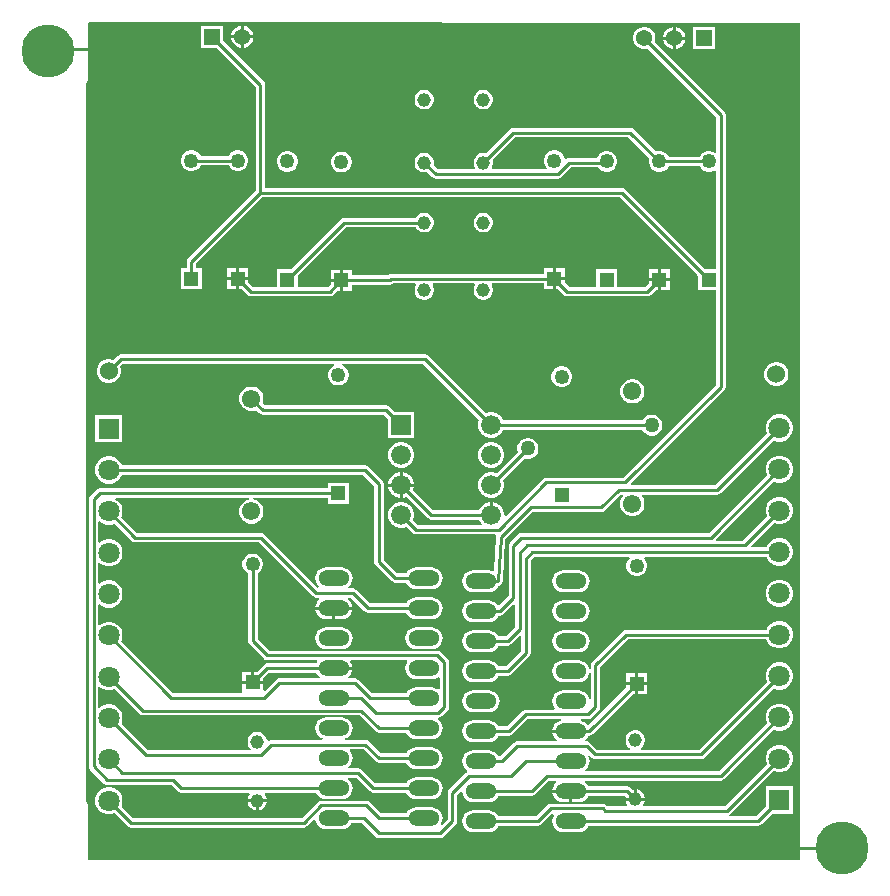
<source format=gbl>
G04*
G04 #@! TF.GenerationSoftware,Altium Limited,Altium Designer,23.9.2 (47)*
G04*
G04 Layer_Physical_Order=2*
G04 Layer_Color=16711680*
%FSLAX44Y44*%
%MOMM*%
G71*
G04*
G04 #@! TF.SameCoordinates,B01C943C-82B9-4626-82FF-92624BC3EB66*
G04*
G04*
G04 #@! TF.FilePolarity,Positive*
G04*
G01*
G75*
%ADD17R,1.2500X1.2500*%
%ADD18C,1.2500*%
%ADD29C,0.2700*%
%ADD30R,1.8000X1.8000*%
%ADD31C,1.8000*%
%ADD32C,4.5000*%
%ADD33C,1.5500*%
%ADD34C,1.1500*%
%ADD35O,2.6416X1.3208*%
%ADD36C,1.3700*%
%ADD37R,1.3700X1.3700*%
%ADD38R,1.3700X1.3700*%
%ADD39C,1.5300*%
%ADD40C,1.6764*%
%ADD41R,1.6764X1.6764*%
%ADD42C,1.2700*%
G36*
X666750Y728980D02*
Y20320D01*
X63500D01*
Y97677D01*
X64139Y97882D01*
X64770Y97888D01*
X65521Y96763D01*
X77206Y85079D01*
X78492Y84220D01*
X80010Y83918D01*
X134247D01*
X139690Y78475D01*
X140976Y77616D01*
X142494Y77314D01*
X200154D01*
X200680Y76044D01*
X200376Y75740D01*
X199285Y73850D01*
X198768Y71920D01*
X207010D01*
X215252D01*
X214735Y73850D01*
X213644Y75740D01*
X213340Y76044D01*
X213866Y77314D01*
X256922D01*
X257189Y76669D01*
X258654Y74758D01*
X260565Y73293D01*
X262789Y72371D01*
X265176Y72057D01*
X278384D01*
X280771Y72371D01*
X282995Y73293D01*
X284906Y74758D01*
X286371Y76669D01*
X287293Y78893D01*
X287607Y81280D01*
X287293Y83667D01*
X286371Y85891D01*
X284906Y87802D01*
X283678Y88744D01*
X284109Y90014D01*
X290965D01*
X302504Y78475D01*
X303790Y77616D01*
X305308Y77314D01*
X333121D01*
X333389Y76669D01*
X334854Y74758D01*
X336765Y73293D01*
X338989Y72371D01*
X341376Y72057D01*
X354584D01*
X356971Y72371D01*
X359195Y73293D01*
X361106Y74758D01*
X362571Y76669D01*
X363493Y78893D01*
X363807Y81280D01*
X363493Y83667D01*
X362571Y85891D01*
X361106Y87802D01*
X359195Y89267D01*
X356971Y90189D01*
X354584Y90503D01*
X341376D01*
X338989Y90189D01*
X336765Y89267D01*
X334854Y87802D01*
X333389Y85891D01*
X333121Y85246D01*
X306951D01*
X295413Y96784D01*
X294126Y97644D01*
X292608Y97946D01*
X284109D01*
X283678Y99216D01*
X284906Y100158D01*
X286371Y102069D01*
X287293Y104293D01*
X287607Y106680D01*
X287293Y109067D01*
X286371Y111291D01*
X285157Y112874D01*
X285620Y114144D01*
X296807D01*
X307076Y103876D01*
X308362Y103016D01*
X309880Y102714D01*
X333121D01*
X333389Y102069D01*
X334854Y100158D01*
X336765Y98693D01*
X338989Y97771D01*
X341376Y97457D01*
X354584D01*
X356971Y97771D01*
X359195Y98693D01*
X361106Y100158D01*
X362571Y102069D01*
X363493Y104293D01*
X363807Y106680D01*
X363493Y109067D01*
X362571Y111291D01*
X361106Y113202D01*
X359195Y114667D01*
X356971Y115589D01*
X354584Y115903D01*
X341376D01*
X338989Y115589D01*
X336765Y114667D01*
X334854Y113202D01*
X333389Y111291D01*
X333121Y110646D01*
X311523D01*
X301255Y120914D01*
X299968Y121774D01*
X298450Y122076D01*
X281446D01*
X281193Y123346D01*
X282995Y124093D01*
X284906Y125558D01*
X286371Y127469D01*
X287293Y129693D01*
X287607Y132080D01*
X287293Y134467D01*
X286371Y136691D01*
X284906Y138602D01*
X282995Y140067D01*
X280771Y140989D01*
X278384Y141303D01*
X265176D01*
X262789Y140989D01*
X260565Y140067D01*
X258654Y138602D01*
X257189Y136691D01*
X256267Y134467D01*
X255953Y132080D01*
X256267Y129693D01*
X257189Y127469D01*
X258654Y125558D01*
X260565Y124093D01*
X262367Y123346D01*
X262114Y122076D01*
X218948D01*
X217430Y121774D01*
X216570Y121200D01*
X215397Y121700D01*
X215277Y121826D01*
X214735Y123850D01*
X213644Y125740D01*
X212100Y127284D01*
X210210Y128375D01*
X208101Y128940D01*
X205919D01*
X203810Y128375D01*
X201920Y127284D01*
X200376Y125740D01*
X199285Y123850D01*
X198720Y121741D01*
Y119559D01*
X199285Y117450D01*
X200376Y115560D01*
X201480Y114456D01*
X200954Y113186D01*
X114223D01*
X91781Y135628D01*
X92034Y136066D01*
X92820Y139001D01*
Y142039D01*
X92034Y144974D01*
X90514Y147606D01*
X88366Y149754D01*
X85734Y151273D01*
X82799Y152060D01*
X79761D01*
X76826Y151273D01*
X74194Y149754D01*
X73465Y149025D01*
X72292Y149511D01*
Y166529D01*
X73465Y167015D01*
X74194Y166286D01*
X76826Y164767D01*
X79761Y163980D01*
X82799D01*
X85734Y164767D01*
X86172Y165019D01*
X107184Y144008D01*
X108470Y143148D01*
X109988Y142846D01*
X293505D01*
X307076Y129276D01*
X308362Y128416D01*
X309880Y128114D01*
X333121D01*
X333389Y127469D01*
X334854Y125558D01*
X336765Y124093D01*
X338989Y123171D01*
X341376Y122857D01*
X354584D01*
X356971Y123171D01*
X359195Y124093D01*
X361106Y125558D01*
X362571Y127469D01*
X363493Y129693D01*
X363807Y132080D01*
X363493Y134467D01*
X362571Y136691D01*
X361106Y138602D01*
X359878Y139544D01*
X360106Y140530D01*
X360281Y140835D01*
X361690Y141116D01*
X362976Y141975D01*
X368056Y147056D01*
X368916Y148342D01*
X369218Y149860D01*
Y187706D01*
X368916Y189224D01*
X368056Y190511D01*
X362215Y196353D01*
X360928Y197212D01*
X359410Y197514D01*
X217035D01*
X207166Y207383D01*
Y263120D01*
X208597Y263946D01*
X210234Y265583D01*
X211391Y267587D01*
X211990Y269823D01*
Y272137D01*
X211391Y274373D01*
X210234Y276377D01*
X208597Y278014D01*
X206593Y279171D01*
X204357Y279770D01*
X202043D01*
X199807Y279171D01*
X197803Y278014D01*
X196166Y276377D01*
X195009Y274373D01*
X194410Y272137D01*
Y269823D01*
X195009Y267587D01*
X196166Y265583D01*
X197803Y263946D01*
X199234Y263120D01*
Y205740D01*
X199536Y204222D01*
X200396Y202936D01*
X212588Y190744D01*
X213874Y189884D01*
X215392Y189582D01*
X257192D01*
X257818Y188312D01*
X257189Y187491D01*
X256922Y186846D01*
X215100D01*
X213582Y186544D01*
X212295Y185685D01*
X206381Y179770D01*
X204470D01*
Y172250D01*
X211990D01*
Y174161D01*
X216743Y178914D01*
X256922D01*
X257189Y178269D01*
X258654Y176358D01*
X259882Y175416D01*
X259451Y174146D01*
X225298D01*
X223780Y173844D01*
X222493Y172985D01*
X213163Y163654D01*
X211990Y164140D01*
Y169710D01*
X203200D01*
X194410D01*
Y162190D01*
X193448Y161446D01*
X135963D01*
X91781Y205628D01*
X92034Y206066D01*
X92820Y209001D01*
Y212040D01*
X92034Y214975D01*
X90514Y217606D01*
X88366Y219755D01*
X85734Y221274D01*
X82799Y222060D01*
X79761D01*
X76826Y221274D01*
X74194Y219755D01*
X73465Y219026D01*
X72292Y219512D01*
Y236528D01*
X73465Y237015D01*
X74194Y236286D01*
X76826Y234766D01*
X79761Y233980D01*
X82799D01*
X85734Y234766D01*
X88366Y236286D01*
X90514Y238434D01*
X92034Y241066D01*
X92820Y244001D01*
Y247039D01*
X92034Y249974D01*
X90514Y252606D01*
X88366Y254754D01*
X85734Y256273D01*
X82799Y257060D01*
X79761D01*
X76826Y256273D01*
X74194Y254754D01*
X73465Y254025D01*
X72292Y254512D01*
Y271529D01*
X73465Y272015D01*
X74194Y271286D01*
X76826Y269767D01*
X79761Y268980D01*
X82799D01*
X85734Y269767D01*
X88366Y271286D01*
X90514Y273434D01*
X92034Y276066D01*
X92820Y279001D01*
Y282039D01*
X92034Y284974D01*
X90514Y287606D01*
X88366Y289754D01*
X85734Y291274D01*
X82799Y292060D01*
X79761D01*
X76826Y291274D01*
X74194Y289754D01*
X73465Y289026D01*
X72292Y289512D01*
Y306528D01*
X73465Y307014D01*
X74194Y306285D01*
X76826Y304766D01*
X79761Y303980D01*
X82799D01*
X85734Y304766D01*
X86172Y305019D01*
X100625Y290565D01*
X101912Y289706D01*
X103430Y289404D01*
X208415D01*
X254244Y243575D01*
X255530Y242716D01*
X257048Y242414D01*
X257048Y242414D01*
X259451D01*
X259882Y241144D01*
X258654Y240202D01*
X257189Y238291D01*
X256267Y236067D01*
X256120Y234950D01*
X287440D01*
X287293Y236067D01*
X286371Y238291D01*
X284906Y240202D01*
X283678Y241144D01*
X284109Y242414D01*
X286139D01*
X297677Y230875D01*
X298964Y230016D01*
X300482Y229714D01*
X333121D01*
X333389Y229069D01*
X334854Y227158D01*
X336765Y225693D01*
X338989Y224771D01*
X341376Y224457D01*
X354584D01*
X356971Y224771D01*
X359195Y225693D01*
X361106Y227158D01*
X362571Y229069D01*
X363493Y231293D01*
X363807Y233680D01*
X363493Y236067D01*
X362571Y238291D01*
X361106Y240202D01*
X359195Y241667D01*
X356971Y242589D01*
X354584Y242903D01*
X341376D01*
X338989Y242589D01*
X336765Y241667D01*
X334854Y240202D01*
X333389Y238291D01*
X333121Y237646D01*
X302125D01*
X290586Y249184D01*
X289300Y250044D01*
X287782Y250346D01*
X284109D01*
X283678Y251616D01*
X284906Y252558D01*
X286371Y254469D01*
X287293Y256693D01*
X287607Y259080D01*
X287293Y261467D01*
X286371Y263691D01*
X284906Y265602D01*
X282995Y267067D01*
X280771Y267989D01*
X278384Y268303D01*
X265176D01*
X262789Y267989D01*
X260565Y267067D01*
X258654Y265602D01*
X257189Y263691D01*
X256267Y261467D01*
X255953Y259080D01*
X256267Y256693D01*
X257189Y254469D01*
X258654Y252558D01*
X259105Y252213D01*
X258772Y250867D01*
X258257Y250780D01*
X212862Y296175D01*
X211576Y297034D01*
X210058Y297336D01*
X105073D01*
X91781Y310628D01*
X92034Y311066D01*
X92820Y314000D01*
Y317039D01*
X92034Y319974D01*
X90514Y322606D01*
X88366Y324754D01*
X86617Y325764D01*
X86957Y327034D01*
X200237D01*
X200404Y325764D01*
X197958Y325109D01*
X195612Y323754D01*
X193696Y321838D01*
X192341Y319492D01*
X191640Y316875D01*
Y314165D01*
X192341Y311548D01*
X193696Y309202D01*
X195612Y307286D01*
X197958Y305931D01*
X200575Y305230D01*
X203285D01*
X205902Y305931D01*
X208248Y307286D01*
X210164Y309202D01*
X211519Y311548D01*
X212220Y314165D01*
Y316875D01*
X211519Y319492D01*
X210164Y321838D01*
X208248Y323754D01*
X205902Y325109D01*
X203456Y325764D01*
X203623Y327034D01*
X266800D01*
Y322210D01*
X284380D01*
Y339790D01*
X266800D01*
Y334966D01*
X73444D01*
X71926Y334664D01*
X70640Y333805D01*
X65521Y328686D01*
X64770Y327562D01*
X64139Y327568D01*
X63500Y327773D01*
Y729351D01*
X64399Y730248D01*
X666750Y728980D01*
D02*
G37*
G36*
X334018Y188312D02*
X333389Y187491D01*
X332467Y185267D01*
X332153Y182880D01*
X332467Y180493D01*
X333389Y178269D01*
X334854Y176358D01*
X336765Y174893D01*
X338989Y173971D01*
X341376Y173657D01*
X354584D01*
X356971Y173971D01*
X359195Y174893D01*
X360016Y175522D01*
X361286Y174896D01*
Y165464D01*
X360016Y164838D01*
X359195Y165467D01*
X356971Y166389D01*
X354584Y166703D01*
X341376D01*
X338989Y166389D01*
X336765Y165467D01*
X334854Y164002D01*
X333389Y162091D01*
X333121Y161446D01*
X304062D01*
X292524Y172985D01*
X291237Y173844D01*
X289720Y174146D01*
X284109D01*
X283678Y175416D01*
X284906Y176358D01*
X286371Y178269D01*
X287293Y180493D01*
X287440Y181610D01*
X271780D01*
Y184150D01*
X287440D01*
X287293Y185267D01*
X286371Y187491D01*
X285742Y188312D01*
X286368Y189582D01*
X333392D01*
X334018Y188312D01*
D02*
G37*
%LPC*%
G36*
X195580Y726931D02*
Y718820D01*
X203691D01*
X203060Y721174D01*
X201824Y723316D01*
X200076Y725064D01*
X197934Y726300D01*
X195580Y726931D01*
D02*
G37*
G36*
X193040D02*
X190686Y726300D01*
X188544Y725064D01*
X186796Y723316D01*
X185560Y721174D01*
X184929Y718820D01*
X193040D01*
Y726931D01*
D02*
G37*
G36*
X561340Y725661D02*
Y717550D01*
X569451D01*
X568820Y719904D01*
X567584Y722046D01*
X565836Y723794D01*
X563694Y725030D01*
X561340Y725661D01*
D02*
G37*
G36*
X558800D02*
X556446Y725030D01*
X554304Y723794D01*
X552556Y722046D01*
X551320Y719904D01*
X550689Y717550D01*
X558800D01*
Y725661D01*
D02*
G37*
G36*
X203691Y716280D02*
X195580D01*
Y708169D01*
X197934Y708800D01*
X200076Y710036D01*
X201824Y711784D01*
X203060Y713926D01*
X203691Y716280D01*
D02*
G37*
G36*
X193040D02*
X184929D01*
X185560Y713926D01*
X186796Y711784D01*
X188544Y710036D01*
X190686Y708800D01*
X193040Y708169D01*
Y716280D01*
D02*
G37*
G36*
X569451Y715010D02*
X561340D01*
Y706899D01*
X563694Y707530D01*
X565836Y708766D01*
X567584Y710514D01*
X568820Y712656D01*
X569451Y715010D01*
D02*
G37*
G36*
X558800D02*
X550689D01*
X551320Y712656D01*
X552556Y710514D01*
X554304Y708766D01*
X556446Y707530D01*
X558800Y706899D01*
Y715010D01*
D02*
G37*
G36*
X594860Y725670D02*
X576080D01*
Y706890D01*
X594860D01*
Y725670D01*
D02*
G37*
G36*
X399472Y672500D02*
X397289D01*
X395180Y671935D01*
X393290Y670844D01*
X391747Y669300D01*
X390655Y667410D01*
X390090Y665301D01*
Y663119D01*
X390655Y661010D01*
X391747Y659120D01*
X393290Y657576D01*
X395180Y656485D01*
X397289Y655920D01*
X399472D01*
X401580Y656485D01*
X403470Y657576D01*
X405014Y659120D01*
X406105Y661010D01*
X406670Y663119D01*
Y665301D01*
X406105Y667410D01*
X405014Y669300D01*
X403470Y670844D01*
X401580Y671935D01*
X399472Y672500D01*
D02*
G37*
G36*
X349471D02*
X347288D01*
X345180Y671935D01*
X343290Y670844D01*
X341746Y669300D01*
X340655Y667410D01*
X340090Y665301D01*
Y663119D01*
X340655Y661010D01*
X341746Y659120D01*
X343290Y657576D01*
X345180Y656485D01*
X347288Y655920D01*
X349471D01*
X351580Y656485D01*
X353470Y657576D01*
X355013Y659120D01*
X356105Y661010D01*
X356670Y663119D01*
Y665301D01*
X356105Y667410D01*
X355013Y669300D01*
X353470Y670844D01*
X351580Y671935D01*
X349471Y672500D01*
D02*
G37*
G36*
X191657Y621400D02*
X189343D01*
X187107Y620801D01*
X185103Y619644D01*
X183466Y618007D01*
X182640Y616576D01*
X158990D01*
X158164Y618007D01*
X156527Y619644D01*
X154523Y620801D01*
X152287Y621400D01*
X149973D01*
X147737Y620801D01*
X145733Y619644D01*
X144096Y618007D01*
X142939Y616003D01*
X142340Y613767D01*
Y611453D01*
X142939Y609217D01*
X144096Y607213D01*
X145733Y605576D01*
X147737Y604419D01*
X149973Y603820D01*
X152287D01*
X154523Y604419D01*
X156527Y605576D01*
X158164Y607213D01*
X158990Y608644D01*
X182640D01*
X183466Y607213D01*
X185103Y605576D01*
X187107Y604419D01*
X189343Y603820D01*
X191657D01*
X193893Y604419D01*
X195897Y605576D01*
X197534Y607213D01*
X198691Y609217D01*
X199290Y611453D01*
Y613767D01*
X198691Y616003D01*
X197534Y618007D01*
X195897Y619644D01*
X193893Y620801D01*
X191657Y621400D01*
D02*
G37*
G36*
X233567Y620600D02*
X231253D01*
X229017Y620001D01*
X227013Y618843D01*
X225376Y617207D01*
X224219Y615203D01*
X223620Y612967D01*
Y610653D01*
X224219Y608417D01*
X225376Y606413D01*
X227013Y604776D01*
X229017Y603619D01*
X231253Y603020D01*
X233567D01*
X235803Y603619D01*
X237807Y604776D01*
X239444Y606413D01*
X240601Y608417D01*
X241200Y610653D01*
Y612967D01*
X240601Y615203D01*
X239444Y617207D01*
X237807Y618843D01*
X235803Y620001D01*
X233567Y620600D01*
D02*
G37*
G36*
X279287Y620130D02*
X276973D01*
X274737Y619531D01*
X272733Y618374D01*
X271096Y616737D01*
X269939Y614733D01*
X269340Y612497D01*
Y610183D01*
X269939Y607947D01*
X271096Y605943D01*
X272733Y604306D01*
X274737Y603149D01*
X276973Y602550D01*
X279287D01*
X281523Y603149D01*
X283527Y604306D01*
X285164Y605943D01*
X286321Y607947D01*
X286920Y610183D01*
Y612497D01*
X286321Y614733D01*
X285164Y616737D01*
X283527Y618374D01*
X281523Y619531D01*
X279287Y620130D01*
D02*
G37*
G36*
X399472Y568360D02*
X397289D01*
X395180Y567795D01*
X393290Y566704D01*
X391747Y565160D01*
X390655Y563270D01*
X390090Y561161D01*
Y558979D01*
X390655Y556870D01*
X391747Y554980D01*
X393290Y553436D01*
X395180Y552345D01*
X397289Y551780D01*
X399472D01*
X401580Y552345D01*
X403470Y553436D01*
X405014Y554980D01*
X406105Y556870D01*
X406670Y558979D01*
Y561161D01*
X406105Y563270D01*
X405014Y565160D01*
X403470Y566704D01*
X401580Y567795D01*
X399472Y568360D01*
D02*
G37*
G36*
X349471D02*
X347288D01*
X345180Y567795D01*
X343290Y566704D01*
X341746Y565160D01*
X341097Y564036D01*
X280670D01*
X279152Y563734D01*
X277866Y562874D01*
X235591Y520600D01*
X223620D01*
Y505616D01*
X203103D01*
X199290Y509429D01*
Y511340D01*
X191770D01*
Y503820D01*
X193681D01*
X198656Y498845D01*
X199942Y497986D01*
X201460Y497684D01*
X268440D01*
X269958Y497986D01*
X271244Y498845D01*
X274949Y502550D01*
X276860D01*
Y510070D01*
X269340D01*
Y508159D01*
X266797Y505616D01*
X241200D01*
Y514991D01*
X282313Y556104D01*
X341097D01*
X341746Y554980D01*
X343290Y553436D01*
X345180Y552345D01*
X347288Y551780D01*
X349471D01*
X351580Y552345D01*
X353470Y553436D01*
X355013Y554980D01*
X356105Y556870D01*
X356670Y558979D01*
Y561161D01*
X356105Y563270D01*
X355013Y565160D01*
X353470Y566704D01*
X351580Y567795D01*
X349471Y568360D01*
D02*
G37*
G36*
X457200Y521400D02*
X449680D01*
Y516576D01*
X320548D01*
X319030Y516274D01*
X317743Y515415D01*
X317635Y515306D01*
X286920D01*
Y520130D01*
X279400D01*
Y511340D01*
Y502550D01*
X286920D01*
Y507374D01*
X319278D01*
X320796Y507676D01*
X322082Y508536D01*
X322191Y508644D01*
X340645D01*
X341379Y507374D01*
X340655Y506120D01*
X340090Y504011D01*
Y501829D01*
X340655Y499720D01*
X341746Y497830D01*
X343290Y496286D01*
X345180Y495195D01*
X347288Y494630D01*
X349471D01*
X351580Y495195D01*
X353470Y496286D01*
X355013Y497830D01*
X356105Y499720D01*
X356670Y501829D01*
Y504011D01*
X356105Y506120D01*
X355381Y507374D01*
X356114Y508644D01*
X390646D01*
X391379Y507374D01*
X390655Y506120D01*
X390090Y504011D01*
Y501829D01*
X390655Y499720D01*
X391747Y497830D01*
X393290Y496286D01*
X395180Y495195D01*
X397289Y494630D01*
X399472D01*
X401580Y495195D01*
X403470Y496286D01*
X405014Y497830D01*
X406105Y499720D01*
X406670Y501829D01*
Y504011D01*
X406105Y506120D01*
X405381Y507374D01*
X406115Y508644D01*
X449680D01*
Y503820D01*
X457200D01*
Y512610D01*
Y521400D01*
D02*
G37*
G36*
X467260D02*
X459740D01*
Y513880D01*
X467260D01*
Y521400D01*
D02*
G37*
G36*
X199290D02*
X191770D01*
Y513880D01*
X199290D01*
Y521400D01*
D02*
G37*
G36*
X189230D02*
X181710D01*
Y513880D01*
X189230D01*
Y521400D01*
D02*
G37*
G36*
X556160Y520600D02*
X548640D01*
Y513080D01*
X556160D01*
Y520600D01*
D02*
G37*
G36*
X546100D02*
X538580D01*
Y513080D01*
X546100D01*
Y520600D01*
D02*
G37*
G36*
X276860Y520130D02*
X269340D01*
Y512610D01*
X276860D01*
Y520130D01*
D02*
G37*
G36*
X511710Y520600D02*
X494130D01*
Y505616D01*
X471073D01*
X467260Y509429D01*
Y511340D01*
X459740D01*
Y503820D01*
X461651D01*
X466626Y498845D01*
X467912Y497986D01*
X469430Y497684D01*
X537210D01*
X538728Y497986D01*
X540014Y498845D01*
X544189Y503020D01*
X546100D01*
Y510540D01*
X538580D01*
Y508629D01*
X535567Y505616D01*
X511710D01*
Y520600D01*
D02*
G37*
G36*
X189230Y511340D02*
X181710D01*
Y503820D01*
X189230D01*
Y511340D01*
D02*
G37*
G36*
X556160Y510540D02*
X548640D01*
Y503020D01*
X556160D01*
Y510540D01*
D02*
G37*
G36*
X349250Y448466D02*
X91440D01*
X89922Y448164D01*
X88636Y447304D01*
X85176Y443845D01*
X82622Y444530D01*
X79938D01*
X77347Y443836D01*
X75023Y442494D01*
X73126Y440597D01*
X71784Y438273D01*
X71090Y435682D01*
Y432998D01*
X71784Y430407D01*
X73126Y428083D01*
X75023Y426186D01*
X77347Y424844D01*
X79938Y424150D01*
X82622D01*
X85213Y424844D01*
X87537Y426186D01*
X89434Y428083D01*
X90776Y430407D01*
X91470Y432998D01*
Y435682D01*
X90785Y438236D01*
X93083Y440534D01*
X272302D01*
X272469Y439264D01*
X272197Y439191D01*
X270193Y438034D01*
X268556Y436397D01*
X267399Y434393D01*
X266800Y432157D01*
Y429843D01*
X267399Y427607D01*
X268556Y425603D01*
X270193Y423966D01*
X272197Y422809D01*
X274433Y422210D01*
X276747D01*
X278983Y422809D01*
X280987Y423966D01*
X282624Y425603D01*
X283781Y427607D01*
X284380Y429843D01*
Y432157D01*
X283781Y434393D01*
X282624Y436397D01*
X280987Y438034D01*
X278983Y439191D01*
X278711Y439264D01*
X278878Y440534D01*
X347607D01*
X395081Y393060D01*
X394952Y392836D01*
X394208Y390058D01*
Y387182D01*
X394952Y384404D01*
X396390Y381914D01*
X398424Y379880D01*
X400914Y378442D01*
X403692Y377698D01*
X406568D01*
X409346Y378442D01*
X411836Y379880D01*
X413870Y381914D01*
X415308Y384404D01*
X415375Y384654D01*
X533045D01*
X533906Y383161D01*
X535561Y381506D01*
X537589Y380336D01*
X539850Y379730D01*
X542190D01*
X544451Y380336D01*
X546479Y381506D01*
X548134Y383161D01*
X549304Y385189D01*
X549910Y387450D01*
Y389790D01*
X549304Y392051D01*
X548134Y394079D01*
X546479Y395734D01*
X544451Y396904D01*
X542190Y397510D01*
X539850D01*
X537589Y396904D01*
X535561Y395734D01*
X533906Y394079D01*
X533045Y392586D01*
X415375D01*
X415308Y392836D01*
X413870Y395326D01*
X411836Y397360D01*
X409346Y398798D01*
X406568Y399542D01*
X403692D01*
X400914Y398798D01*
X400690Y398669D01*
X352054Y447304D01*
X350768Y448164D01*
X349250Y448466D01*
D02*
G37*
G36*
X647772Y441990D02*
X645088D01*
X642497Y441296D01*
X640173Y439954D01*
X638276Y438057D01*
X636934Y435733D01*
X636240Y433142D01*
Y430458D01*
X636934Y427867D01*
X638276Y425543D01*
X640173Y423646D01*
X642497Y422304D01*
X645088Y421610D01*
X647772D01*
X650363Y422304D01*
X652687Y423646D01*
X654584Y425543D01*
X655926Y427867D01*
X656620Y430458D01*
Y433142D01*
X655926Y435733D01*
X654584Y438057D01*
X652687Y439954D01*
X650363Y441296D01*
X647772Y441990D01*
D02*
G37*
G36*
X465977Y438520D02*
X463663D01*
X461427Y437921D01*
X459423Y436764D01*
X457786Y435127D01*
X456629Y433123D01*
X456030Y430887D01*
Y428573D01*
X456629Y426337D01*
X457786Y424333D01*
X459423Y422696D01*
X461427Y421539D01*
X463663Y420940D01*
X465977D01*
X468213Y421539D01*
X470217Y422696D01*
X471854Y424333D01*
X473011Y426337D01*
X473610Y428573D01*
Y430887D01*
X473011Y433123D01*
X471854Y435127D01*
X470217Y436764D01*
X468213Y437921D01*
X465977Y438520D01*
D02*
G37*
G36*
X525865Y427560D02*
X523155D01*
X520538Y426859D01*
X518192Y425504D01*
X516276Y423588D01*
X514921Y421242D01*
X514220Y418625D01*
Y415915D01*
X514921Y413298D01*
X516276Y410952D01*
X518192Y409036D01*
X520538Y407681D01*
X523155Y406980D01*
X525865D01*
X528482Y407681D01*
X530828Y409036D01*
X532744Y410952D01*
X534099Y413298D01*
X534800Y415915D01*
Y418625D01*
X534099Y421242D01*
X532744Y423588D01*
X530828Y425504D01*
X528482Y426859D01*
X525865Y427560D01*
D02*
G37*
G36*
X203285Y421210D02*
X200575D01*
X197958Y420509D01*
X195612Y419154D01*
X193696Y417238D01*
X192341Y414892D01*
X191640Y412275D01*
Y409566D01*
X192341Y406948D01*
X193696Y404602D01*
X195612Y402686D01*
X197958Y401331D01*
X200575Y400630D01*
X203285D01*
X205902Y401331D01*
X205907Y401334D01*
X208726Y398516D01*
X210012Y397656D01*
X211530Y397354D01*
X314587D01*
X318008Y393933D01*
Y377698D01*
X339852D01*
Y399542D01*
X323617D01*
X319035Y404124D01*
X317748Y404984D01*
X316230Y405286D01*
X213173D01*
X211516Y406943D01*
X211519Y406948D01*
X212220Y409566D01*
Y412275D01*
X211519Y414892D01*
X210164Y417238D01*
X208248Y419154D01*
X205902Y420509D01*
X203285Y421210D01*
D02*
G37*
G36*
X178300Y726940D02*
X159520D01*
Y708160D01*
X172691D01*
X205584Y675267D01*
Y587007D01*
X148326Y529749D01*
X147466Y528462D01*
X147164Y526944D01*
Y521400D01*
X142340D01*
Y503820D01*
X159920D01*
Y521400D01*
X155096D01*
Y525301D01*
X211193Y581398D01*
X514083D01*
X580490Y514991D01*
Y503020D01*
X595474D01*
Y422521D01*
X517025Y344072D01*
X451358D01*
X449840Y343770D01*
X448554Y342910D01*
X417322Y311679D01*
X416052Y312205D01*
Y313858D01*
X415308Y316636D01*
X413870Y319126D01*
X411836Y321160D01*
X409346Y322598D01*
X406568Y323342D01*
X406400D01*
Y312420D01*
X403860D01*
Y323342D01*
X403692D01*
X400914Y322598D01*
X398424Y321160D01*
X396390Y319126D01*
X394952Y316636D01*
X394885Y316386D01*
X355973D01*
X338979Y333381D01*
X339108Y333604D01*
X339852Y336382D01*
Y336550D01*
X330200D01*
Y326898D01*
X330368D01*
X333146Y327642D01*
X333369Y327771D01*
X351525Y309615D01*
X352812Y308756D01*
X354330Y308454D01*
X394885D01*
X394952Y308204D01*
X396390Y305714D01*
X396991Y305114D01*
X396504Y303940D01*
X343019D01*
X338979Y307980D01*
X339108Y308204D01*
X339852Y310982D01*
Y313858D01*
X339108Y316636D01*
X337670Y319126D01*
X335636Y321160D01*
X333146Y322598D01*
X330368Y323342D01*
X327492D01*
X324714Y322598D01*
X322224Y321160D01*
X320190Y319126D01*
X318752Y316636D01*
X318008Y313858D01*
Y310982D01*
X318752Y308204D01*
X320190Y305714D01*
X322224Y303680D01*
X324714Y302242D01*
X327492Y301498D01*
X330368D01*
X333146Y302242D01*
X333369Y302372D01*
X338572Y297169D01*
X339858Y296310D01*
X341376Y296008D01*
X408658D01*
X408724Y295969D01*
X408862Y295838D01*
X409513Y294738D01*
X409469Y294513D01*
X409301Y293895D01*
X407369Y265679D01*
X406289Y265010D01*
X405231Y265449D01*
X402844Y265763D01*
X389636D01*
X387249Y265449D01*
X385025Y264527D01*
X383114Y263062D01*
X381649Y261151D01*
X380727Y258927D01*
X380413Y256540D01*
X380727Y254153D01*
X381649Y251929D01*
X383114Y250018D01*
X385025Y248553D01*
X387249Y247631D01*
X389636Y247317D01*
X402844D01*
X405231Y247631D01*
X407455Y248553D01*
X409366Y250018D01*
X410831Y251929D01*
X411133Y252656D01*
X411346Y252699D01*
X411982Y252781D01*
X412101Y252849D01*
X412236Y252876D01*
X412769Y253232D01*
X413324Y253550D01*
X413408Y253659D01*
X413522Y253736D01*
X413879Y254268D01*
X414270Y254775D01*
X414306Y254908D01*
X414382Y255022D01*
X414507Y255651D01*
X414675Y256269D01*
X417113Y291870D01*
X440301Y315058D01*
X498094D01*
X499612Y315360D01*
X500899Y316220D01*
X514469Y329790D01*
X516218D01*
X516704Y328616D01*
X516276Y328188D01*
X514921Y325842D01*
X514220Y323224D01*
Y320515D01*
X514921Y317898D01*
X516276Y315552D01*
X518192Y313636D01*
X520538Y312281D01*
X523155Y311580D01*
X525865D01*
X528482Y312281D01*
X530828Y313636D01*
X532744Y315552D01*
X534099Y317898D01*
X534800Y320515D01*
Y323224D01*
X534099Y325842D01*
X532744Y328188D01*
X532316Y328616D01*
X532802Y329790D01*
X596496D01*
X598013Y330092D01*
X599300Y330951D01*
X644078Y375729D01*
X644516Y375477D01*
X647451Y374690D01*
X650489D01*
X653424Y375477D01*
X656056Y376996D01*
X658204Y379145D01*
X659724Y381776D01*
X660510Y384711D01*
Y387750D01*
X659724Y390685D01*
X658204Y393316D01*
X656056Y395465D01*
X653424Y396984D01*
X650489Y397770D01*
X647451D01*
X644516Y396984D01*
X641884Y395465D01*
X639736Y393316D01*
X638217Y390685D01*
X637430Y387750D01*
Y384711D01*
X638217Y381776D01*
X638469Y381339D01*
X594853Y337722D01*
X523553D01*
X523066Y338895D01*
X602244Y418074D01*
X603104Y419360D01*
X603406Y420878D01*
Y651510D01*
X603104Y653028D01*
X602244Y654314D01*
X543522Y713037D01*
X544060Y715044D01*
Y717516D01*
X543420Y719904D01*
X542184Y722046D01*
X540436Y723794D01*
X538294Y725030D01*
X535906Y725670D01*
X533434D01*
X531046Y725030D01*
X528904Y723794D01*
X527156Y722046D01*
X525920Y719904D01*
X525280Y717516D01*
Y715044D01*
X525920Y712656D01*
X527156Y710514D01*
X528904Y708766D01*
X531046Y707530D01*
X533434Y706890D01*
X535906D01*
X537913Y707428D01*
X595474Y649867D01*
Y619733D01*
X594204Y619117D01*
X592673Y620001D01*
X590437Y620600D01*
X588123D01*
X585887Y620001D01*
X583883Y618843D01*
X582246Y617207D01*
X581420Y615776D01*
X555230D01*
X554404Y617207D01*
X552767Y618843D01*
X550763Y620001D01*
X548527Y620600D01*
X546213D01*
X544617Y620172D01*
X525714Y639075D01*
X524428Y639934D01*
X522910Y640236D01*
X423780D01*
X422262Y639934D01*
X420976Y639075D01*
X400725Y618824D01*
X399472Y619160D01*
X397289D01*
X395180Y618595D01*
X393290Y617504D01*
X391747Y615960D01*
X390655Y614070D01*
X390090Y611961D01*
Y609779D01*
X390655Y607670D01*
X391350Y606466D01*
X390617Y605196D01*
X359663D01*
X356334Y608525D01*
X356670Y609779D01*
Y611961D01*
X356105Y614070D01*
X355013Y615960D01*
X353470Y617504D01*
X351580Y618595D01*
X349471Y619160D01*
X347288D01*
X345180Y618595D01*
X343290Y617504D01*
X341746Y615960D01*
X340655Y614070D01*
X340090Y611961D01*
Y609779D01*
X340655Y607670D01*
X341746Y605780D01*
X343290Y604236D01*
X345180Y603145D01*
X347288Y602580D01*
X349471D01*
X350725Y602916D01*
X355215Y598426D01*
X356502Y597566D01*
X358020Y597264D01*
X461430D01*
X462948Y597566D01*
X462948Y597566D01*
X464235Y598426D01*
X472713Y606904D01*
X495603D01*
X495886Y606413D01*
X497523Y604776D01*
X499527Y603619D01*
X501763Y603020D01*
X504077D01*
X506313Y603619D01*
X508317Y604776D01*
X509954Y606413D01*
X511111Y608417D01*
X511710Y610653D01*
Y612967D01*
X511111Y615203D01*
X509954Y617207D01*
X508317Y618843D01*
X506313Y620001D01*
X504077Y620600D01*
X501763D01*
X499527Y620001D01*
X497523Y618843D01*
X495886Y617207D01*
X494729Y615203D01*
X494631Y614836D01*
X471070D01*
X469553Y614534D01*
X468503Y613833D01*
X468339Y613824D01*
X467692Y613994D01*
X467113Y614317D01*
X466661Y616003D01*
X465504Y618007D01*
X463867Y619644D01*
X461863Y620801D01*
X459627Y621400D01*
X457313D01*
X455077Y620801D01*
X453073Y619644D01*
X451436Y618007D01*
X450279Y616003D01*
X449680Y613767D01*
Y611453D01*
X450279Y609217D01*
X451436Y607213D01*
X452183Y606466D01*
X451656Y605196D01*
X406143D01*
X405410Y606466D01*
X406105Y607670D01*
X406670Y609779D01*
Y611961D01*
X406334Y613215D01*
X425423Y632304D01*
X521267D01*
X539008Y614563D01*
X538580Y612967D01*
Y610653D01*
X539179Y608417D01*
X540336Y606413D01*
X541973Y604776D01*
X543977Y603619D01*
X546213Y603020D01*
X548527D01*
X550763Y603619D01*
X552767Y604776D01*
X554404Y606413D01*
X555230Y607844D01*
X581420D01*
X582246Y606413D01*
X583883Y604776D01*
X585887Y603619D01*
X588123Y603020D01*
X590437D01*
X592673Y603619D01*
X594204Y604503D01*
X595474Y603887D01*
Y520600D01*
X586099D01*
X518530Y588169D01*
X517244Y589028D01*
X515726Y589330D01*
X213516D01*
Y676910D01*
X213214Y678428D01*
X212355Y679715D01*
X178300Y713769D01*
Y726940D01*
D02*
G37*
G36*
X92820Y397060D02*
X69740D01*
Y373980D01*
X92820D01*
Y397060D01*
D02*
G37*
G36*
X437288Y377698D02*
X434948D01*
X432687Y377092D01*
X430659Y375922D01*
X429004Y374267D01*
X427834Y372239D01*
X427228Y369978D01*
Y367638D01*
X427674Y365973D01*
X409570Y347868D01*
X409346Y347998D01*
X406568Y348742D01*
X403692D01*
X400914Y347998D01*
X398424Y346560D01*
X396390Y344526D01*
X394952Y342036D01*
X394208Y339258D01*
Y336382D01*
X394952Y333604D01*
X396390Y331114D01*
X398424Y329080D01*
X400914Y327642D01*
X403692Y326898D01*
X406568D01*
X409346Y327642D01*
X411836Y329080D01*
X413870Y331114D01*
X415308Y333604D01*
X416052Y336382D01*
Y339258D01*
X415308Y342036D01*
X415178Y342259D01*
X433283Y360364D01*
X434948Y359918D01*
X437288D01*
X439549Y360524D01*
X441577Y361694D01*
X443232Y363349D01*
X444402Y365377D01*
X445008Y367638D01*
Y369978D01*
X444402Y372239D01*
X443232Y374267D01*
X441577Y375922D01*
X439549Y377092D01*
X437288Y377698D01*
D02*
G37*
G36*
X406568Y374142D02*
X403692D01*
X400914Y373398D01*
X398424Y371960D01*
X396390Y369926D01*
X394952Y367436D01*
X394208Y364658D01*
Y361782D01*
X394952Y359004D01*
X396390Y356514D01*
X398424Y354480D01*
X400914Y353042D01*
X403692Y352298D01*
X406568D01*
X409346Y353042D01*
X411836Y354480D01*
X413870Y356514D01*
X415308Y359004D01*
X416052Y361782D01*
Y364658D01*
X415308Y367436D01*
X413870Y369926D01*
X411836Y371960D01*
X409346Y373398D01*
X406568Y374142D01*
D02*
G37*
G36*
X330368D02*
X327492D01*
X324714Y373398D01*
X322224Y371960D01*
X320190Y369926D01*
X318752Y367436D01*
X318008Y364658D01*
Y361782D01*
X318752Y359004D01*
X320190Y356514D01*
X322224Y354480D01*
X324714Y353042D01*
X327492Y352298D01*
X330368D01*
X333146Y353042D01*
X335636Y354480D01*
X337670Y356514D01*
X339108Y359004D01*
X339852Y361782D01*
Y364658D01*
X339108Y367436D01*
X337670Y369926D01*
X335636Y371960D01*
X333146Y373398D01*
X330368Y374142D01*
D02*
G37*
G36*
X650489Y362770D02*
X647451D01*
X644516Y361984D01*
X641884Y360465D01*
X639736Y358316D01*
X638217Y355685D01*
X637430Y352749D01*
Y349711D01*
X638217Y346776D01*
X638469Y346338D01*
X589363Y297233D01*
X430530D01*
X429012Y296931D01*
X427725Y296071D01*
X420868Y289213D01*
X420008Y287926D01*
X419706Y286408D01*
Y244213D01*
X411877Y236384D01*
X410231Y236534D01*
X409366Y237662D01*
X407455Y239127D01*
X405231Y240049D01*
X402844Y240363D01*
X389636D01*
X387249Y240049D01*
X385025Y239127D01*
X383114Y237662D01*
X381649Y235751D01*
X380727Y233527D01*
X380413Y231140D01*
X380727Y228753D01*
X381649Y226529D01*
X383114Y224618D01*
X385025Y223153D01*
X387249Y222231D01*
X389636Y221917D01*
X402844D01*
X405231Y222231D01*
X407455Y223153D01*
X409366Y224618D01*
X410831Y226529D01*
X411099Y227174D01*
X412242D01*
X413760Y227476D01*
X415047Y228335D01*
X423867Y237155D01*
X425040Y236669D01*
Y217543D01*
X417203Y209706D01*
X411099D01*
X410831Y210351D01*
X409366Y212262D01*
X407455Y213727D01*
X405231Y214649D01*
X402844Y214963D01*
X389636D01*
X387249Y214649D01*
X385025Y213727D01*
X383114Y212262D01*
X381649Y210351D01*
X380727Y208127D01*
X380413Y205740D01*
X380727Y203353D01*
X381649Y201129D01*
X383114Y199218D01*
X385025Y197753D01*
X387249Y196831D01*
X389636Y196517D01*
X402844D01*
X405231Y196831D01*
X407455Y197753D01*
X409366Y199218D01*
X410831Y201129D01*
X411099Y201774D01*
X418846D01*
X420364Y202076D01*
X421651Y202936D01*
X429201Y210485D01*
X430374Y209999D01*
Y197223D01*
X417457Y184306D01*
X411099D01*
X410831Y184951D01*
X409366Y186862D01*
X407455Y188327D01*
X405231Y189249D01*
X402844Y189563D01*
X389636D01*
X387249Y189249D01*
X385025Y188327D01*
X383114Y186862D01*
X381649Y184951D01*
X380727Y182727D01*
X380413Y180340D01*
X380727Y177953D01*
X381649Y175729D01*
X383114Y173818D01*
X385025Y172353D01*
X387249Y171431D01*
X389636Y171117D01*
X402844D01*
X405231Y171431D01*
X407455Y172353D01*
X409366Y173818D01*
X410831Y175729D01*
X411099Y176374D01*
X419100D01*
X420618Y176676D01*
X421904Y177535D01*
X437145Y192775D01*
X438004Y194062D01*
X438306Y195580D01*
Y273947D01*
X441623Y277264D01*
X521647D01*
X522173Y275994D01*
X521286Y275107D01*
X520129Y273103D01*
X519530Y270867D01*
Y268553D01*
X520129Y266317D01*
X521286Y264313D01*
X522923Y262676D01*
X524927Y261519D01*
X527163Y260920D01*
X529477D01*
X531713Y261519D01*
X533717Y262676D01*
X535354Y264313D01*
X536511Y266317D01*
X537110Y268553D01*
Y270867D01*
X536511Y273103D01*
X535354Y275107D01*
X534467Y275994D01*
X534993Y277264D01*
X638086D01*
X638217Y276776D01*
X639736Y274145D01*
X641884Y271996D01*
X644516Y270477D01*
X647451Y269690D01*
X650489D01*
X653424Y270477D01*
X656056Y271996D01*
X658204Y274145D01*
X659724Y276776D01*
X660510Y279711D01*
Y282750D01*
X659724Y285685D01*
X658204Y288316D01*
X656056Y290465D01*
X653424Y291984D01*
X650489Y292770D01*
X647451D01*
X644516Y291984D01*
X641884Y290465D01*
X639736Y288316D01*
X638217Y285685D01*
X638086Y285196D01*
X625205D01*
X624719Y286370D01*
X644078Y305729D01*
X644516Y305476D01*
X647451Y304690D01*
X650489D01*
X653424Y305476D01*
X656056Y306996D01*
X658204Y309144D01*
X659724Y311776D01*
X660510Y314711D01*
Y317749D01*
X659724Y320684D01*
X658204Y323316D01*
X656056Y325464D01*
X653424Y326983D01*
X650489Y327770D01*
X647451D01*
X644516Y326983D01*
X641884Y325464D01*
X639736Y323316D01*
X638217Y320684D01*
X637430Y317749D01*
Y314711D01*
X638217Y311776D01*
X638469Y311338D01*
X617863Y290732D01*
X595740D01*
X595254Y291905D01*
X644078Y340729D01*
X644516Y340477D01*
X647451Y339690D01*
X650489D01*
X653424Y340477D01*
X656056Y341996D01*
X658204Y344145D01*
X659724Y346776D01*
X660510Y349711D01*
Y352749D01*
X659724Y355685D01*
X658204Y358316D01*
X656056Y360465D01*
X653424Y361984D01*
X650489Y362770D01*
D02*
G37*
G36*
X330368Y348742D02*
X330200D01*
Y339090D01*
X339852D01*
Y339258D01*
X339108Y342036D01*
X337670Y344526D01*
X335636Y346560D01*
X333146Y347998D01*
X330368Y348742D01*
D02*
G37*
G36*
X327660D02*
X327492D01*
X324714Y347998D01*
X322224Y346560D01*
X320190Y344526D01*
X318752Y342036D01*
X318008Y339258D01*
Y339090D01*
X327660D01*
Y348742D01*
D02*
G37*
G36*
Y336550D02*
X318008D01*
Y336382D01*
X318752Y333604D01*
X320190Y331114D01*
X322224Y329080D01*
X324714Y327642D01*
X327492Y326898D01*
X327660D01*
Y336550D01*
D02*
G37*
G36*
X82799Y362060D02*
X79761D01*
X76826Y361273D01*
X74194Y359754D01*
X72046Y357606D01*
X70526Y354974D01*
X69740Y352039D01*
Y349001D01*
X70526Y346066D01*
X72046Y343434D01*
X74194Y341286D01*
X76826Y339767D01*
X79761Y338980D01*
X82799D01*
X85734Y339767D01*
X88366Y341286D01*
X90514Y343434D01*
X92034Y346066D01*
X92164Y346554D01*
X296807D01*
X305914Y337447D01*
Y273050D01*
X306216Y271532D01*
X307076Y270245D01*
X321045Y256276D01*
X322332Y255416D01*
X323850Y255114D01*
X333121D01*
X333389Y254469D01*
X334854Y252558D01*
X336765Y251093D01*
X338989Y250171D01*
X341376Y249857D01*
X354584D01*
X356971Y250171D01*
X359195Y251093D01*
X361106Y252558D01*
X362571Y254469D01*
X363493Y256693D01*
X363807Y259080D01*
X363493Y261467D01*
X362571Y263691D01*
X361106Y265602D01*
X359195Y267067D01*
X356971Y267989D01*
X354584Y268303D01*
X341376D01*
X338989Y267989D01*
X336765Y267067D01*
X334854Y265602D01*
X333389Y263691D01*
X333121Y263046D01*
X325493D01*
X313846Y274693D01*
Y339090D01*
X313544Y340608D01*
X312684Y341894D01*
X301255Y353325D01*
X299968Y354184D01*
X298450Y354486D01*
X92164D01*
X92034Y354974D01*
X90514Y357606D01*
X88366Y359754D01*
X85734Y361273D01*
X82799Y362060D01*
D02*
G37*
G36*
X479044Y265763D02*
X465836D01*
X463449Y265449D01*
X461225Y264527D01*
X459314Y263062D01*
X457849Y261151D01*
X456927Y258927D01*
X456613Y256540D01*
X456927Y254153D01*
X457849Y251929D01*
X459314Y250018D01*
X461225Y248553D01*
X463449Y247631D01*
X465836Y247317D01*
X479044D01*
X481431Y247631D01*
X483655Y248553D01*
X485566Y250018D01*
X487031Y251929D01*
X487953Y254153D01*
X488267Y256540D01*
X487953Y258927D01*
X487031Y261151D01*
X485566Y263062D01*
X483655Y264527D01*
X481431Y265449D01*
X479044Y265763D01*
D02*
G37*
G36*
X650489Y257770D02*
X647451D01*
X644516Y256984D01*
X641884Y255464D01*
X639736Y253316D01*
X638217Y250684D01*
X637430Y247749D01*
Y244711D01*
X638217Y241776D01*
X639736Y239144D01*
X641884Y236996D01*
X644516Y235477D01*
X647451Y234690D01*
X650489D01*
X653424Y235477D01*
X656056Y236996D01*
X658204Y239144D01*
X659724Y241776D01*
X660510Y244711D01*
Y247749D01*
X659724Y250684D01*
X658204Y253316D01*
X656056Y255464D01*
X653424Y256984D01*
X650489Y257770D01*
D02*
G37*
G36*
X287440Y232410D02*
X273050D01*
Y224457D01*
X278384D01*
X280771Y224771D01*
X282995Y225693D01*
X284906Y227158D01*
X286371Y229069D01*
X287293Y231293D01*
X287440Y232410D01*
D02*
G37*
G36*
X270510D02*
X256120D01*
X256267Y231293D01*
X257189Y229069D01*
X258654Y227158D01*
X260565Y225693D01*
X262789Y224771D01*
X265176Y224457D01*
X270510D01*
Y232410D01*
D02*
G37*
G36*
X479044Y240363D02*
X465836D01*
X463449Y240049D01*
X461225Y239127D01*
X459314Y237662D01*
X457849Y235751D01*
X456927Y233527D01*
X456613Y231140D01*
X456927Y228753D01*
X457849Y226529D01*
X459314Y224618D01*
X461225Y223153D01*
X463449Y222231D01*
X465836Y221917D01*
X479044D01*
X481431Y222231D01*
X483655Y223153D01*
X485566Y224618D01*
X487031Y226529D01*
X487953Y228753D01*
X488267Y231140D01*
X487953Y233527D01*
X487031Y235751D01*
X485566Y237662D01*
X483655Y239127D01*
X481431Y240049D01*
X479044Y240363D01*
D02*
G37*
G36*
X650489Y222770D02*
X647451D01*
X644516Y221984D01*
X641884Y220464D01*
X639736Y218316D01*
X638217Y215684D01*
X638086Y215196D01*
X519078D01*
X517560Y214894D01*
X516273Y214035D01*
X490463Y188225D01*
X489604Y186938D01*
X489302Y185420D01*
Y182209D01*
X488032Y182125D01*
X487953Y182727D01*
X487031Y184951D01*
X485566Y186862D01*
X483655Y188327D01*
X481431Y189249D01*
X479044Y189563D01*
X465836D01*
X463449Y189249D01*
X461225Y188327D01*
X459314Y186862D01*
X457849Y184951D01*
X456927Y182727D01*
X456613Y180340D01*
X456927Y177953D01*
X457849Y175729D01*
X459314Y173818D01*
X461225Y172353D01*
X463449Y171431D01*
X465836Y171117D01*
X479044D01*
X481431Y171431D01*
X483655Y172353D01*
X485566Y173818D01*
X487031Y175729D01*
X487953Y177953D01*
X488032Y178554D01*
X489302Y178471D01*
Y156809D01*
X488032Y156726D01*
X487953Y157327D01*
X487031Y159551D01*
X485566Y161462D01*
X483655Y162927D01*
X481431Y163849D01*
X479044Y164163D01*
X465836D01*
X463449Y163849D01*
X461225Y162927D01*
X459314Y161462D01*
X457849Y159551D01*
X456927Y157327D01*
X456613Y154940D01*
X456927Y152553D01*
X457849Y150329D01*
X458868Y149000D01*
X458242Y147730D01*
X434340D01*
X432822Y147428D01*
X431535Y146568D01*
X418473Y133506D01*
X411099D01*
X410831Y134151D01*
X409366Y136062D01*
X407455Y137527D01*
X405231Y138449D01*
X402844Y138763D01*
X389636D01*
X387249Y138449D01*
X385025Y137527D01*
X383114Y136062D01*
X381649Y134151D01*
X380727Y131927D01*
X380413Y129540D01*
X380727Y127153D01*
X381649Y124929D01*
X383114Y123018D01*
X385025Y121553D01*
X387249Y120631D01*
X389636Y120317D01*
X402844D01*
X405231Y120631D01*
X407455Y121553D01*
X409366Y123018D01*
X410831Y124929D01*
X411099Y125574D01*
X420116D01*
X421634Y125876D01*
X422920Y126735D01*
X435983Y139798D01*
X463967D01*
X464050Y138528D01*
X463449Y138449D01*
X461225Y137527D01*
X459314Y136062D01*
X457849Y134151D01*
X456927Y131927D01*
X456780Y130810D01*
X472440D01*
Y128270D01*
X456780D01*
X456927Y127153D01*
X457849Y124929D01*
X459314Y123018D01*
X460542Y122076D01*
X460111Y120806D01*
X426720D01*
X425202Y120504D01*
X423915Y119644D01*
X412377Y108106D01*
X411099D01*
X410831Y108751D01*
X409366Y110662D01*
X407455Y112127D01*
X405231Y113049D01*
X402844Y113363D01*
X389636D01*
X387249Y113049D01*
X385025Y112127D01*
X383114Y110662D01*
X381649Y108751D01*
X380727Y106527D01*
X380413Y104140D01*
X380727Y101753D01*
X381649Y99529D01*
X383114Y97618D01*
X384674Y96421D01*
X384590Y95432D01*
X384537Y95174D01*
X384473Y95045D01*
X383275Y94244D01*
X369305Y80274D01*
X368446Y78988D01*
X368144Y77470D01*
Y54983D01*
X363323Y50162D01*
X362366Y51001D01*
X362571Y51269D01*
X363493Y53493D01*
X363807Y55880D01*
X363493Y58267D01*
X362571Y60491D01*
X361106Y62402D01*
X359195Y63867D01*
X356971Y64789D01*
X354584Y65103D01*
X341376D01*
X338989Y64789D01*
X336765Y63867D01*
X334854Y62402D01*
X333389Y60491D01*
X333121Y59846D01*
X311523D01*
X302017Y69352D01*
X300730Y70212D01*
X299212Y70514D01*
X260858D01*
X259340Y70212D01*
X258053Y69352D01*
X244483Y55782D01*
X101627D01*
X91781Y65628D01*
X92034Y66066D01*
X92820Y69001D01*
Y72039D01*
X92034Y74974D01*
X90514Y77606D01*
X88366Y79754D01*
X85734Y81274D01*
X82799Y82060D01*
X79761D01*
X76826Y81274D01*
X74194Y79754D01*
X72046Y77606D01*
X70526Y74974D01*
X69740Y72039D01*
Y69001D01*
X70526Y66066D01*
X72046Y63434D01*
X74194Y61286D01*
X76826Y59767D01*
X79761Y58980D01*
X82799D01*
X85734Y59767D01*
X86172Y60019D01*
X97179Y49012D01*
X98466Y48152D01*
X99984Y47850D01*
X246126D01*
X247644Y48152D01*
X248930Y49012D01*
X254803Y54884D01*
X256144Y54429D01*
X256267Y53493D01*
X257189Y51269D01*
X258654Y49358D01*
X260565Y47893D01*
X262789Y46971D01*
X265176Y46657D01*
X278384D01*
X280771Y46971D01*
X282995Y47893D01*
X284906Y49358D01*
X286371Y51269D01*
X286639Y51914D01*
X295283D01*
X307076Y40121D01*
X308362Y39262D01*
X309880Y38960D01*
X361696D01*
X363214Y39262D01*
X364501Y40121D01*
X374915Y50535D01*
X375774Y51822D01*
X376076Y53340D01*
Y75827D01*
X379275Y79026D01*
X380456Y78411D01*
X380727Y76353D01*
X381649Y74129D01*
X383114Y72218D01*
X385025Y70753D01*
X387249Y69831D01*
X389636Y69517D01*
X402844D01*
X405231Y69831D01*
X407455Y70753D01*
X409366Y72218D01*
X410831Y74129D01*
X411099Y74774D01*
X439674D01*
X441192Y75076D01*
X442478Y75936D01*
X454017Y87474D01*
X460111D01*
X460542Y86204D01*
X459314Y85262D01*
X457849Y83351D01*
X456927Y81127D01*
X456780Y80010D01*
X472440D01*
Y78740D01*
X473710D01*
Y69517D01*
X479044D01*
X481431Y69831D01*
X483655Y70753D01*
X485566Y72218D01*
X487031Y74129D01*
X487299Y74774D01*
X518007D01*
X518930Y73646D01*
X518808Y73190D01*
X525780D01*
Y80162D01*
X524705Y79874D01*
X523035Y81545D01*
X521748Y82404D01*
X520230Y82706D01*
X487299D01*
X487031Y83351D01*
X485566Y85262D01*
X484338Y86204D01*
X484769Y87474D01*
X599180D01*
X600698Y87776D01*
X601984Y88636D01*
X644078Y130729D01*
X644516Y130477D01*
X647451Y129690D01*
X650489D01*
X653424Y130477D01*
X656056Y131996D01*
X658204Y134144D01*
X659724Y136776D01*
X660510Y139711D01*
Y142749D01*
X659724Y145684D01*
X658204Y148316D01*
X656056Y150464D01*
X653424Y151984D01*
X650489Y152770D01*
X647451D01*
X644516Y151984D01*
X641884Y150464D01*
X639736Y148316D01*
X638217Y145684D01*
X637430Y142749D01*
Y139711D01*
X638217Y136776D01*
X638469Y136338D01*
X597537Y95406D01*
X484769D01*
X484338Y96676D01*
X485566Y97618D01*
X487031Y99529D01*
X487953Y101753D01*
X488267Y104140D01*
X487953Y106527D01*
X487167Y108424D01*
X488243Y109143D01*
X490463Y106924D01*
X491750Y106064D01*
X493268Y105762D01*
X582468D01*
X583985Y106064D01*
X585272Y106924D01*
X644078Y165729D01*
X644516Y165477D01*
X647451Y164690D01*
X650489D01*
X653424Y165477D01*
X656056Y166996D01*
X658204Y169145D01*
X659724Y171776D01*
X660510Y174711D01*
Y177750D01*
X659724Y180685D01*
X658204Y183316D01*
X656056Y185465D01*
X653424Y186984D01*
X650489Y187770D01*
X647451D01*
X644516Y186984D01*
X641884Y185465D01*
X639736Y183316D01*
X638217Y180685D01*
X637430Y177750D01*
Y174711D01*
X638217Y171776D01*
X638469Y171338D01*
X580825Y113694D01*
X531922D01*
X531582Y114964D01*
X532140Y115286D01*
X533684Y116830D01*
X534775Y118720D01*
X535340Y120829D01*
Y123011D01*
X534775Y125120D01*
X533684Y127010D01*
X532140Y128554D01*
X530250Y129645D01*
X528141Y130210D01*
X525959D01*
X523850Y129645D01*
X521960Y128554D01*
X520416Y127010D01*
X519325Y125120D01*
X518760Y123011D01*
Y120829D01*
X519325Y118720D01*
X520416Y116830D01*
X521960Y115286D01*
X522518Y114964D01*
X522178Y113694D01*
X494911D01*
X488960Y119644D01*
X487674Y120504D01*
X486156Y120806D01*
X484769D01*
X484338Y122076D01*
X485566Y123018D01*
X487031Y124929D01*
X487299Y125574D01*
X488150D01*
X489668Y125876D01*
X490954Y126735D01*
X525139Y160920D01*
X527050D01*
Y168440D01*
X519530D01*
Y166529D01*
X487990Y134989D01*
X486304Y135099D01*
X485566Y136062D01*
X483655Y137527D01*
X481431Y138449D01*
X480830Y138528D01*
X480913Y139798D01*
X487172D01*
X488690Y140100D01*
X489977Y140960D01*
X496073Y147056D01*
X496932Y148342D01*
X497234Y149860D01*
Y183777D01*
X520721Y207264D01*
X638086D01*
X638217Y206776D01*
X639736Y204144D01*
X641884Y201996D01*
X644516Y200476D01*
X647451Y199690D01*
X650489D01*
X653424Y200476D01*
X656056Y201996D01*
X658204Y204144D01*
X659724Y206776D01*
X660510Y209711D01*
Y212749D01*
X659724Y215684D01*
X658204Y218316D01*
X656056Y220464D01*
X653424Y221984D01*
X650489Y222770D01*
D02*
G37*
G36*
X354584Y217503D02*
X341376D01*
X338989Y217189D01*
X336765Y216267D01*
X334854Y214802D01*
X333389Y212891D01*
X332467Y210667D01*
X332153Y208280D01*
X332467Y205893D01*
X333389Y203669D01*
X334854Y201758D01*
X336765Y200293D01*
X338989Y199371D01*
X341376Y199057D01*
X354584D01*
X356971Y199371D01*
X359195Y200293D01*
X361106Y201758D01*
X362571Y203669D01*
X363493Y205893D01*
X363807Y208280D01*
X363493Y210667D01*
X362571Y212891D01*
X361106Y214802D01*
X359195Y216267D01*
X356971Y217189D01*
X354584Y217503D01*
D02*
G37*
G36*
X278384D02*
X265176D01*
X262789Y217189D01*
X260565Y216267D01*
X258654Y214802D01*
X257189Y212891D01*
X256267Y210667D01*
X255953Y208280D01*
X256267Y205893D01*
X257189Y203669D01*
X258654Y201758D01*
X260565Y200293D01*
X262789Y199371D01*
X265176Y199057D01*
X278384D01*
X280771Y199371D01*
X282995Y200293D01*
X284906Y201758D01*
X286371Y203669D01*
X287293Y205893D01*
X287607Y208280D01*
X287293Y210667D01*
X286371Y212891D01*
X284906Y214802D01*
X282995Y216267D01*
X280771Y217189D01*
X278384Y217503D01*
D02*
G37*
G36*
X479044Y214963D02*
X465836D01*
X463449Y214649D01*
X461225Y213727D01*
X459314Y212262D01*
X457849Y210351D01*
X456927Y208127D01*
X456613Y205740D01*
X456927Y203353D01*
X457849Y201129D01*
X459314Y199218D01*
X461225Y197753D01*
X463449Y196831D01*
X465836Y196517D01*
X479044D01*
X481431Y196831D01*
X483655Y197753D01*
X485566Y199218D01*
X487031Y201129D01*
X487953Y203353D01*
X488267Y205740D01*
X487953Y208127D01*
X487031Y210351D01*
X485566Y212262D01*
X483655Y213727D01*
X481431Y214649D01*
X479044Y214963D01*
D02*
G37*
G36*
X201930Y179770D02*
X194410D01*
Y172250D01*
X201930D01*
Y179770D01*
D02*
G37*
G36*
X537110Y178500D02*
X529590D01*
Y170980D01*
X537110D01*
Y178500D01*
D02*
G37*
G36*
X527050D02*
X519530D01*
Y170980D01*
X527050D01*
Y178500D01*
D02*
G37*
G36*
X537110Y168440D02*
X529590D01*
Y160920D01*
X537110D01*
Y168440D01*
D02*
G37*
G36*
X402844Y164163D02*
X389636D01*
X387249Y163849D01*
X385025Y162927D01*
X383114Y161462D01*
X381649Y159551D01*
X380727Y157327D01*
X380413Y154940D01*
X380727Y152553D01*
X381649Y150329D01*
X383114Y148418D01*
X385025Y146953D01*
X387249Y146031D01*
X389636Y145717D01*
X402844D01*
X405231Y146031D01*
X407455Y146953D01*
X409366Y148418D01*
X410831Y150329D01*
X411753Y152553D01*
X412067Y154940D01*
X411753Y157327D01*
X410831Y159551D01*
X409366Y161462D01*
X407455Y162927D01*
X405231Y163849D01*
X402844Y164163D01*
D02*
G37*
G36*
X650489Y117770D02*
X647451D01*
X644516Y116983D01*
X641884Y115464D01*
X639736Y113316D01*
X638217Y110684D01*
X637430Y107749D01*
Y104711D01*
X638217Y101776D01*
X638469Y101338D01*
X603073Y65942D01*
X534454D01*
X533904Y67212D01*
X534775Y68720D01*
X535292Y70650D01*
X527050D01*
X518808D01*
X519325Y68720D01*
X520196Y67212D01*
X519646Y65942D01*
X503039D01*
X502169Y66813D01*
X500882Y67672D01*
X499364Y67974D01*
X455422D01*
X453904Y67672D01*
X452617Y66813D01*
X443111Y57306D01*
X411099D01*
X410831Y57951D01*
X409366Y59862D01*
X407455Y61327D01*
X405231Y62249D01*
X402844Y62563D01*
X389636D01*
X387249Y62249D01*
X385025Y61327D01*
X383114Y59862D01*
X381649Y57951D01*
X380727Y55727D01*
X380413Y53340D01*
X380727Y50953D01*
X381649Y48729D01*
X383114Y46818D01*
X385025Y45353D01*
X387249Y44431D01*
X389636Y44117D01*
X402844D01*
X405231Y44431D01*
X407455Y45353D01*
X409366Y46818D01*
X410831Y48729D01*
X411099Y49374D01*
X444754D01*
X446272Y49676D01*
X447559Y50535D01*
X456700Y59677D01*
X457529Y59579D01*
X458107Y58288D01*
X457849Y57951D01*
X456927Y55727D01*
X456613Y53340D01*
X456927Y50953D01*
X457849Y48729D01*
X459314Y46818D01*
X461225Y45353D01*
X463449Y44431D01*
X465836Y44117D01*
X479044D01*
X481431Y44431D01*
X483655Y45353D01*
X485566Y46818D01*
X487031Y48729D01*
X487299Y49374D01*
X631080D01*
X632598Y49676D01*
X633884Y50535D01*
X643039Y59690D01*
X660510D01*
Y82770D01*
X637430D01*
Y65299D01*
X629437Y57306D01*
X607015D01*
X606630Y58576D01*
X607521Y59172D01*
X644078Y95729D01*
X644516Y95476D01*
X647451Y94690D01*
X650489D01*
X653424Y95476D01*
X656056Y96996D01*
X658204Y99144D01*
X659724Y101776D01*
X660510Y104711D01*
Y107749D01*
X659724Y110684D01*
X658204Y113316D01*
X656056Y115464D01*
X653424Y116983D01*
X650489Y117770D01*
D02*
G37*
G36*
X528320Y80162D02*
Y73190D01*
X535292D01*
X534775Y75120D01*
X533684Y77010D01*
X532140Y78554D01*
X530250Y79645D01*
X528320Y80162D01*
D02*
G37*
G36*
X471170Y77470D02*
X456780D01*
X456927Y76353D01*
X457849Y74129D01*
X459314Y72218D01*
X461225Y70753D01*
X463449Y69831D01*
X465836Y69517D01*
X471170D01*
Y77470D01*
D02*
G37*
G36*
X215252Y69380D02*
X208280D01*
Y62408D01*
X210210Y62925D01*
X212100Y64016D01*
X213644Y65560D01*
X214735Y67450D01*
X215252Y69380D01*
D02*
G37*
G36*
X205740D02*
X198768D01*
X199285Y67450D01*
X200376Y65560D01*
X201920Y64016D01*
X203810Y62925D01*
X205740Y62408D01*
Y69380D01*
D02*
G37*
%LPD*%
D17*
X232410Y511810D02*
D03*
X203200Y170980D02*
D03*
X528320Y169710D02*
D03*
X589280Y511810D02*
D03*
X464820Y329730D02*
D03*
X458470Y512610D02*
D03*
X275590Y331000D02*
D03*
X278130Y511340D02*
D03*
X502920Y511810D02*
D03*
X547370D02*
D03*
X190500Y512610D02*
D03*
X151130D02*
D03*
D18*
X232410Y611810D02*
D03*
X203200Y270980D02*
D03*
X528320Y269710D02*
D03*
X589280Y611810D02*
D03*
X464820Y429730D02*
D03*
X458470Y612610D02*
D03*
X275590Y431000D02*
D03*
X278130Y611340D02*
D03*
X502920Y611810D02*
D03*
X547370D02*
D03*
X190500Y612610D02*
D03*
X151130D02*
D03*
D29*
X31859Y705104D02*
X34780Y706628D01*
X91440D01*
X29591Y705104D02*
X31859D01*
X63086Y70485D02*
X103091Y30480D01*
X63086Y70485D02*
Y678274D01*
X91440Y706628D01*
X103091Y30480D02*
X702310D01*
X426720Y116840D02*
X486156D01*
X493268Y109728D02*
X582468D01*
X396240Y104140D02*
X414020D01*
X486156Y116840D02*
X493268Y109728D01*
X414020Y104140D02*
X426720Y116840D01*
X452374Y91440D02*
X599180D01*
X439674Y78740D02*
X452374Y91440D01*
X582468Y109728D02*
X648970Y176230D01*
X599440Y420878D02*
Y651510D01*
X518668Y340106D02*
X599440Y420878D01*
X534670Y716280D02*
X599440Y651510D01*
X498094Y319024D02*
X512826Y333756D01*
X451358Y340106D02*
X518668D01*
X413258Y293624D02*
X438658Y319024D01*
X512826Y333756D02*
X596496D01*
X438658Y319024D02*
X498094D01*
X411226Y299974D02*
X451358Y340106D01*
X410718Y256540D02*
X413258Y293624D01*
X515726Y585364D02*
X589280Y511810D01*
X209550Y585364D02*
X515726D01*
X209550D02*
Y676910D01*
X151130Y526944D02*
X209550Y585364D01*
X151130Y512610D02*
Y526944D01*
X316230Y401320D02*
X328930Y388620D01*
X211530Y401320D02*
X316230D01*
X201930Y410920D02*
X211530Y401320D01*
X81280Y434340D02*
X91440Y444500D01*
X349250D02*
X405130Y388620D01*
X91440Y444500D02*
X349250D01*
X81280Y315520D02*
X103430Y293370D01*
X210058D02*
X257048Y246380D01*
X103430Y293370D02*
X210058D01*
X81280Y350520D02*
X298450D01*
X309880Y339090D01*
Y273050D02*
Y339090D01*
Y273050D02*
X323850Y259080D01*
X347980D01*
X81280Y70520D02*
X99984Y51816D01*
X246126D01*
X260858Y66548D01*
X299212D01*
X309880Y55880D01*
X347980D01*
X396240Y231140D02*
X412242D01*
X423672Y242570D01*
Y286408D01*
X430530Y293266D01*
X591006D01*
X648970Y351230D01*
X405130Y337820D02*
X436118Y368808D01*
X203200Y205740D02*
Y270980D01*
Y205740D02*
X215392Y193548D01*
X359410D01*
X365252Y187706D01*
Y149860D02*
Y187706D01*
X360172Y144780D02*
X365252Y149860D01*
X307594Y144780D02*
X360172D01*
X294894Y157480D02*
X307594Y144780D01*
X271780Y157480D02*
X294894D01*
X257048Y246380D02*
X287782D01*
X300482Y233680D01*
X347980D01*
X81280Y210520D02*
X134320Y157480D01*
X212598D01*
X225298Y170180D01*
X289720D01*
X302419Y157480D01*
X347980D01*
X81280Y175520D02*
X109988Y146812D01*
X295148D01*
X309880Y132080D01*
X347980D01*
X81280Y140520D02*
X112580Y109220D01*
X210058D01*
X218948Y118110D01*
X298450D01*
X309880Y106680D01*
X347980D01*
X81280Y105520D02*
X92820Y93980D01*
X292608D01*
X305308Y81280D01*
X347980D01*
X472440Y53340D02*
X631080D01*
X648970Y71230D01*
X396240Y53340D02*
X444754D01*
X455422Y64008D01*
X499364D01*
X501396Y61976D01*
X604716D01*
X648970Y106230D01*
X396240Y78740D02*
X439674D01*
X599180Y91440D02*
X648970Y141230D01*
X396240Y129540D02*
X420116D01*
X434340Y143764D01*
X487172D01*
X493268Y149860D01*
Y185420D01*
X519078Y211230D01*
X648970D01*
X396240Y180340D02*
X419100D01*
X434340Y195580D01*
Y275590D01*
X439980Y281230D01*
X648970D01*
X396240Y205740D02*
X418846D01*
X429006Y215900D01*
Y280162D01*
X435610Y286766D01*
X619506D01*
X648970Y316230D01*
X396240Y256540D02*
X410718D01*
X596496Y333756D02*
X648970Y386230D01*
X203200Y170980D02*
X215100Y182880D01*
X271780D01*
X328930Y337820D02*
X354330Y312420D01*
X405130D01*
X268440Y501650D02*
X278130Y511340D01*
X201460Y501650D02*
X268440D01*
X190500Y512610D02*
X201460Y501650D01*
X278130Y511340D02*
X319278D01*
X320548Y512610D01*
X458470D01*
X469430Y501650D01*
X537210D01*
X547370Y511810D01*
X472440Y129540D02*
X488150D01*
X528320Y169710D01*
X472440Y78740D02*
X520230D01*
X527050Y71920D01*
X142494Y81280D02*
X271780D01*
X135890Y87884D02*
X142494Y81280D01*
X80010Y87884D02*
X135890D01*
X68326Y99568D02*
X80010Y87884D01*
X68326Y99568D02*
Y325882D01*
X73444Y331000D01*
X275590D01*
X348380Y610870D02*
X358020Y601230D01*
X461430D01*
X471070Y610870D01*
X501980D01*
X502920Y611810D01*
X168910Y717550D02*
X209550Y676910D01*
X271780Y55880D02*
X296926D01*
X309880Y42926D01*
X361696D01*
X372110Y53340D01*
Y77470D01*
X386080Y91440D01*
X421640D01*
X434340Y104140D01*
X472440D01*
X405130Y388620D02*
X541020D01*
X328930Y312420D02*
X341376Y299974D01*
X411226D01*
X151130Y612610D02*
X190500D01*
X232410Y511810D02*
X280670Y560070D01*
X348380D01*
X398380Y610870D02*
X423780Y636270D01*
X522910D01*
X547370Y611810D01*
X589280D01*
D30*
X81280Y385520D02*
D03*
X648970Y71230D02*
D03*
D31*
X81280Y350520D02*
D03*
Y315520D02*
D03*
Y280520D02*
D03*
Y245520D02*
D03*
Y210520D02*
D03*
Y175520D02*
D03*
Y140520D02*
D03*
Y105520D02*
D03*
Y70520D02*
D03*
X648970Y106230D02*
D03*
Y141230D02*
D03*
Y176230D02*
D03*
Y211230D02*
D03*
Y246230D02*
D03*
Y281230D02*
D03*
Y316230D02*
D03*
Y351230D02*
D03*
Y386230D02*
D03*
D32*
X702310Y30480D02*
D03*
X29591Y705104D02*
D03*
D33*
X201930Y315520D02*
D03*
Y410920D02*
D03*
X524510Y321870D02*
D03*
Y417270D02*
D03*
D34*
X207010Y70650D02*
D03*
Y120650D02*
D03*
X527050Y71920D02*
D03*
Y121920D02*
D03*
X348380Y502920D02*
D03*
X398380D02*
D03*
X348380Y560070D02*
D03*
X398380D02*
D03*
Y610870D02*
D03*
X348380D02*
D03*
X398380Y664210D02*
D03*
X348380D02*
D03*
D35*
X472440Y53340D02*
D03*
Y78740D02*
D03*
Y205740D02*
D03*
Y231140D02*
D03*
Y104140D02*
D03*
Y129540D02*
D03*
Y180340D02*
D03*
Y154940D02*
D03*
Y256540D02*
D03*
X396240D02*
D03*
Y231140D02*
D03*
Y205740D02*
D03*
Y180340D02*
D03*
Y154940D02*
D03*
Y129540D02*
D03*
Y104140D02*
D03*
Y78740D02*
D03*
Y53340D02*
D03*
X347980Y259080D02*
D03*
Y233680D02*
D03*
Y208280D02*
D03*
Y182880D02*
D03*
Y157480D02*
D03*
Y132080D02*
D03*
Y106680D02*
D03*
Y81280D02*
D03*
Y55880D02*
D03*
X271780D02*
D03*
Y157480D02*
D03*
Y132080D02*
D03*
Y182880D02*
D03*
Y208280D02*
D03*
Y81280D02*
D03*
Y106680D02*
D03*
Y233680D02*
D03*
Y259080D02*
D03*
D36*
X194310Y717550D02*
D03*
X534670Y716280D02*
D03*
X560070D02*
D03*
D37*
X168910Y717550D02*
D03*
D38*
X585470Y716280D02*
D03*
D39*
X646430Y431800D02*
D03*
X81280Y434340D02*
D03*
D40*
X405130Y388620D02*
D03*
Y363220D02*
D03*
Y337820D02*
D03*
Y312420D02*
D03*
X328930D02*
D03*
Y337820D02*
D03*
Y363220D02*
D03*
D41*
Y388620D02*
D03*
D42*
X91440Y706628D02*
D03*
X436118Y368808D02*
D03*
X541020Y388620D02*
D03*
M02*

</source>
